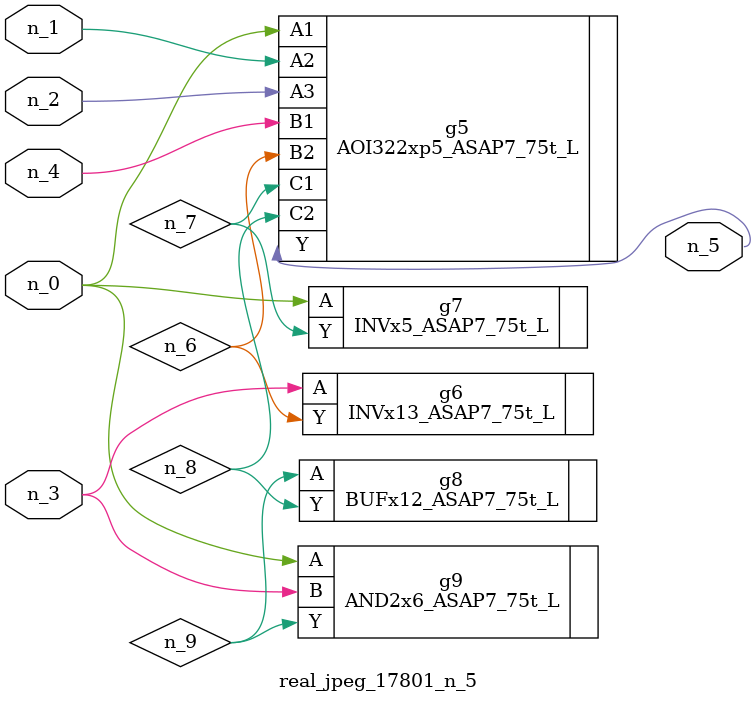
<source format=v>
module real_jpeg_17801_n_5 (n_4, n_0, n_1, n_2, n_3, n_5);

input n_4;
input n_0;
input n_1;
input n_2;
input n_3;

output n_5;

wire n_8;
wire n_6;
wire n_7;
wire n_9;

AOI322xp5_ASAP7_75t_L g5 ( 
.A1(n_0),
.A2(n_1),
.A3(n_2),
.B1(n_4),
.B2(n_6),
.C1(n_7),
.C2(n_8),
.Y(n_5)
);

INVx5_ASAP7_75t_L g7 ( 
.A(n_0),
.Y(n_7)
);

AND2x6_ASAP7_75t_L g9 ( 
.A(n_0),
.B(n_3),
.Y(n_9)
);

INVx13_ASAP7_75t_L g6 ( 
.A(n_3),
.Y(n_6)
);

BUFx12_ASAP7_75t_L g8 ( 
.A(n_9),
.Y(n_8)
);


endmodule
</source>
